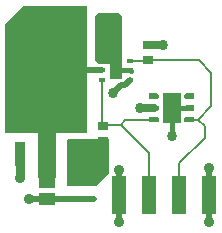
<source format=gtl>
G04*
G04 #@! TF.GenerationSoftware,Altium Limited,Altium Designer,20.2.3 (150)*
G04*
G04 Layer_Physical_Order=1*
G04 Layer_Color=152*
%FSLAX25Y25*%
%MOIN*%
G70*
G04*
G04 #@! TF.SameCoordinates,E3536D8E-EA57-4637-94A7-A09A4E1BA4FE*
G04*
G04*
G04 #@! TF.FilePolarity,Positive*
G04*
G01*
G75*
%ADD14C,0.00600*%
%ADD16C,0.01595*%
%ADD17R,0.02165X0.01575*%
%ADD18R,0.04134X0.05906*%
%ADD19R,0.05000X0.12520*%
%ADD20R,0.03347X0.02953*%
%ADD21R,0.02362X0.03150*%
%ADD22R,0.01772X0.03347*%
%ADD23R,0.05315X0.04134*%
%ADD24R,0.03543X0.08268*%
%ADD25R,0.12598X0.08268*%
%ADD26R,0.03347X0.01772*%
%ADD27R,0.06299X0.09843*%
%ADD40C,0.02000*%
%ADD41C,0.01500*%
%ADD42C,0.02500*%
%ADD43C,0.03000*%
%ADD44C,0.01400*%
%ADD45C,0.01000*%
%ADD46R,0.16200X0.11200*%
%ADD47C,0.03400*%
%ADD48C,0.03500*%
G36*
X261500Y455500D02*
X261500Y439500D01*
X254874Y439500D01*
X254677Y439539D01*
X253961D01*
X252500Y441000D01*
Y455500D01*
X253500Y456500D01*
X260500D01*
X261500Y455500D01*
D02*
G37*
G36*
X282921Y429823D02*
X285382D01*
Y428051D01*
X282745D01*
X282419Y428186D01*
X282170Y428435D01*
X282035Y428761D01*
Y428937D01*
Y429113D01*
X282170Y429439D01*
X282419Y429688D01*
X282745Y429823D01*
X282921D01*
Y429823D01*
D02*
G37*
G36*
X273581Y429688D02*
X273830Y429439D01*
X273965Y429113D01*
Y428937D01*
Y428761D01*
X273830Y428435D01*
X273581Y428186D01*
X273255Y428051D01*
X270618D01*
Y429823D01*
X273079Y429823D01*
X273255D01*
X273581Y429688D01*
D02*
G37*
G36*
X285382Y424114D02*
X282745D01*
X282419Y424249D01*
X282170Y424498D01*
X282035Y424824D01*
Y425000D01*
Y425176D01*
X282170Y425502D01*
X282419Y425751D01*
X282745Y425886D01*
X285382D01*
Y424114D01*
D02*
G37*
G36*
X273581Y425751D02*
X273830Y425502D01*
X273965Y425176D01*
Y425000D01*
Y424824D01*
X273830Y424498D01*
X273581Y424249D01*
X273255Y424114D01*
X270618D01*
Y425886D01*
X273255D01*
X273581Y425751D01*
D02*
G37*
G36*
X285382Y420177D02*
X282921Y420177D01*
X282745D01*
X282419Y420312D01*
X282170Y420561D01*
X282035Y420887D01*
Y421063D01*
Y421239D01*
X282170Y421565D01*
X282419Y421814D01*
X282745Y421949D01*
X285382D01*
Y420177D01*
D02*
G37*
G36*
X273581Y421814D02*
X273830Y421565D01*
X273965Y421239D01*
Y421063D01*
Y420887D01*
X273830Y420561D01*
X273581Y420312D01*
X273255Y420177D01*
X273079D01*
Y420177D01*
X270618D01*
Y421949D01*
X273255D01*
X273581Y421814D01*
D02*
G37*
G36*
X249900Y416500D02*
X239500D01*
Y405116D01*
Y402000D01*
X239000Y401000D01*
X234000D01*
X233500Y402000D01*
Y405116D01*
Y416500D01*
X222591D01*
Y453095D01*
X228605Y459109D01*
X249900D01*
Y416500D01*
D02*
G37*
G36*
X257055Y403187D02*
X252868Y399000D01*
X243000Y399000D01*
Y414000D01*
X243500Y414500D01*
X257055D01*
X257055Y403187D01*
D02*
G37*
D14*
X264369Y440604D02*
X270000D01*
X254677Y420177D02*
Y434350D01*
X270000Y440941D02*
X287059D01*
X291250Y425500D02*
Y436750D01*
X287059Y440941D02*
X291250Y436750D01*
X280500Y406500D02*
X289000Y415000D01*
X286813Y421063D02*
X289000Y418876D01*
Y415000D02*
Y418876D01*
X280500Y395969D02*
Y406500D01*
X286813Y421063D02*
X291250Y425500D01*
X283709Y421063D02*
X286813D01*
X255000Y419059D02*
X255395Y419454D01*
X261046D01*
X262654Y421063D02*
X272202D01*
X261046Y419454D02*
X262654Y421063D01*
X270500Y395969D02*
X270600Y395869D01*
X261046Y419454D02*
X270500Y410000D01*
Y395969D02*
Y410000D01*
X272202Y421063D02*
X272202Y421063D01*
X280500Y395969D02*
X280600Y395869D01*
D16*
X272202Y421063D02*
D03*
Y425000D02*
D03*
X272291Y428937D02*
D03*
X283798D02*
D03*
X284496Y425000D02*
D03*
X283709Y421063D02*
D03*
D17*
X264323Y434350D02*
D03*
X254677Y437500D02*
D03*
Y434350D02*
D03*
X264323Y440650D02*
D03*
X254677D02*
D03*
X264323Y437500D02*
D03*
D18*
X259500D02*
D03*
D19*
X290600Y395869D02*
D03*
X260600D02*
D03*
X280600D02*
D03*
X270600D02*
D03*
D20*
X270000Y446059D02*
D03*
Y440941D02*
D03*
X255000Y413941D02*
D03*
Y419059D02*
D03*
D21*
X248291Y453500D02*
D03*
X254000D02*
D03*
D22*
X248547Y448000D02*
D03*
X254453D02*
D03*
D23*
X236500Y400453D02*
D03*
Y394547D02*
D03*
D24*
Y409780D02*
D03*
X227445D02*
D03*
X245555D02*
D03*
D25*
X236500Y432220D02*
D03*
D26*
X251000Y394547D02*
D03*
Y400453D02*
D03*
X245500Y400406D02*
D03*
Y394500D02*
D03*
D27*
X278000Y425000D02*
D03*
D40*
X262395Y432547D02*
X264198Y434350D01*
X261047Y432547D02*
X262395D01*
X258500Y430000D02*
X261047Y432547D01*
X264198Y434350D02*
X264323D01*
X290600Y395869D02*
Y404900D01*
X249000Y437500D02*
X254677D01*
X230500Y394500D02*
X252000D01*
X236453D02*
X236500Y394547D01*
X247906Y441000D02*
X248906Y442000D01*
X290500Y404800D02*
X290600Y404900D01*
Y386900D02*
Y395869D01*
X260500Y387000D02*
Y395769D01*
Y386500D02*
Y387000D01*
Y395769D02*
X260600Y395869D01*
Y404400D01*
X236500Y394547D02*
X236547Y394500D01*
X247500Y441000D02*
X247906D01*
D41*
X278000Y425000D02*
X284496D01*
X278000Y415500D02*
Y425000D01*
X264323Y437500D02*
X264360Y437463D01*
X259500Y437500D02*
X264323D01*
D42*
X267500Y425000D02*
X272202D01*
X270000Y446059D02*
X270029Y446030D01*
X274971D01*
X275000Y446000D01*
X290500Y404800D02*
Y405071D01*
X227472Y409752D02*
X227500Y409724D01*
D43*
Y403500D02*
Y409724D01*
Y401500D02*
Y409724D01*
D44*
Y401500D02*
Y403500D01*
X227445Y409780D02*
X227472Y409752D01*
D45*
X264323Y440650D02*
X264369Y440604D01*
D46*
X236600Y432200D02*
D03*
D47*
X258500Y430000D02*
D03*
X278000Y415500D02*
D03*
X267500Y425000D02*
D03*
X275000Y446000D02*
D03*
X258500Y448000D02*
D03*
D48*
X230500Y394500D02*
D03*
X260600Y404400D02*
D03*
X290600Y386900D02*
D03*
X260500Y387000D02*
D03*
X290500Y404800D02*
D03*
X247500Y441000D02*
D03*
X252500Y411000D02*
D03*
Y404500D02*
D03*
X227500Y401500D02*
D03*
X234000Y441000D02*
D03*
X227000D02*
D03*
X241000D02*
D03*
M02*

</source>
